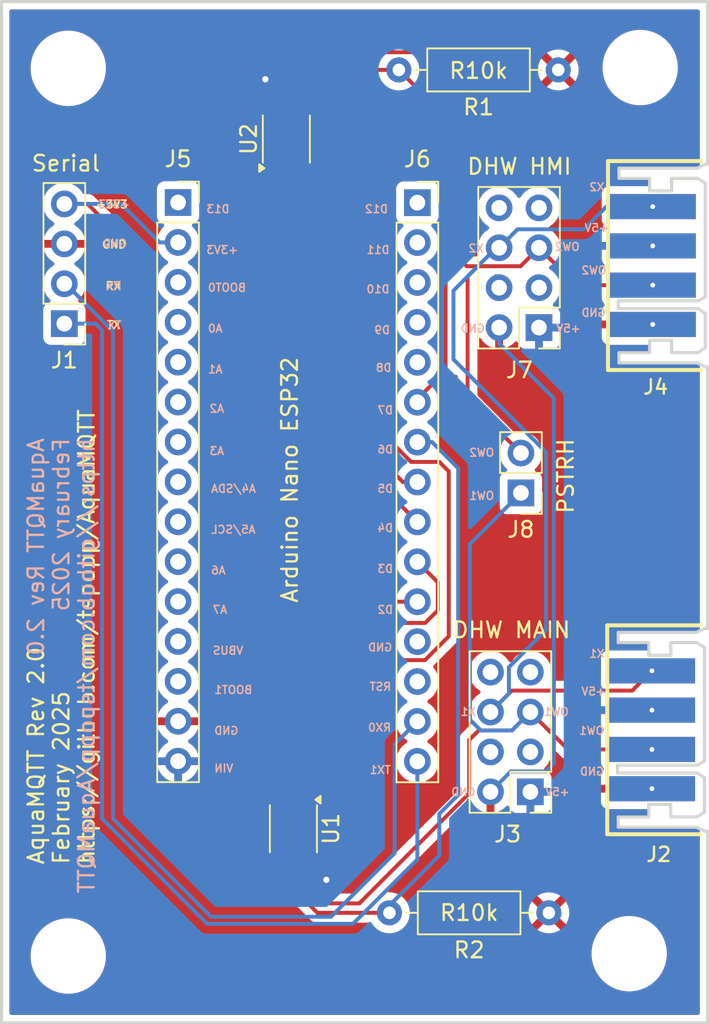
<source format=kicad_pcb>
(kicad_pcb (version 20240108) (generator "pcbnew") (generator_version "8.0")
  (layers (0 "F.Cu" signal) (31 "B.Cu" signal) (34 "B.Paste" user) (35 "F.Paste" user) (36 "B.SilkS" user "B.Silkscreen") (37 "F.SilkS" user "F.Silkscreen") (38 "B.Mask" user) (39 "F.Mask" user) (44 "Edge.Cuts" user))
  (net 0 "")
  (net 1 "+5V")
  (net 2 "OWB1_5V")
  (net 3 "OWB2_5V")
  (net 4 "GND")
  (net 5 "TXD1_3V3_ESP")
  (net 6 "RXD1_3V3_ESP")
  (net 7 "TXD2_3V3_ESP")
  (net 8 "RXD2_3V3_ESP")
  (net 9 "+3V3")
  (net 10 "TXD2_3V3_ENABLE")
  (net 11 "TXD1_3V3_ENABLE")
  (net 12 "DHW_UNKNOWN")
  (net 13 "/A4{slash}SDA")
  (net 14 "/A5{slash}SCL")
  (net 15 "/D11")
  (net 16 "/D10")
  (net 17 "/RESET")
  (net 18 "/D12")
  (net 19 "/D9")
  (net 20 "/D8")
  (net 21 "/D0{slash}RX")
  (net 22 "/D1{slash}RX")
  (net 23 "/A0")
  (net 24 "/VUSB")
  (net 25 "/A6")
  (net 26 "/A3")
  (net 27 "/A7")
  (net 28 "/B0")
  (net 29 "/A1")
  (net 30 "/B1")
  (net 31 "/A2")
  (net 32 "/D13")
  (net 37 "unconnected-(J7-Pin_7-Pad7)")
  (net 38 "unconnected-(J7-Pin_3-Pad3)")
  (net 40 "unconnected-(J7-Pin_4-Pad4)")
  (footprint "Connector_PinHeader_2.54mm:PinHeader_2x04_P2.54mm_Vertical" (layer "F.Cu") (at 171.25 53.75 180)
    (property "Reference" "J7" (at 1.25 -2.71 0) (layer "F.SilkS"))
    (property "Value" "DHW HMI" (at 1.25 10.25 0) (layer "F.SilkS"))
    (fp_line (start 3.87 -1.33) (end 3.87 8.95) (stroke (width 0.12)) (layer "F.SilkS"))
    (fp_line (start 1.27 1.27) (end 1.27 -1.33) (stroke (width 0.12)) (layer "F.SilkS"))
    (fp_line (start 1.27 -1.33) (end 3.87 -1.33) (stroke (width 0.12)) (layer "F.SilkS"))
    (fp_line (start -1.33 8.95) (end 3.87 8.95) (stroke (width 0.12)) (layer "F.SilkS"))
    (fp_line (start -1.33 1.27) (end 1.27 1.27) (stroke (width 0.12)) (layer "F.SilkS"))
    (fp_line (start -1.33 1.27) (end -1.33 8.95) (stroke (width 0.12)) (layer "F.SilkS"))
    (fp_line (start -1.33 0) (end -1.33 -1.33) (stroke (width 0.12)) (layer "F.SilkS"))
    (fp_line (start -1.33 -1.33) (end 0 -1.33) (stroke (width 0.12)) (layer "F.SilkS"))
    (pad "1" thru_hole rect (at 0 0 180) (size 1.7 1.7) (drill 1) (layers "*.Cu" "*.Mask") (net 1 "+5V"))
    (pad "2" thru_hole oval (at 2.54 0 180) (size 1.7 1.7) (drill 1) (layers "*.Cu" "*.Mask") (net 4 "GND"))
    (pad "3" thru_hole oval (at 0 2.54 180) (size 1.7 1.7) (drill 1) (layers "*.Cu" "*.Mask") (net 38 "unconnected-(J7-Pin_3-Pad3)"))
    (pad "4" thru_hole oval (at 2.54 2.54 180) (size 1.7 1.7) (drill 1) (layers "*.Cu" "*.Mask") (net 40 "unconnected-(J7-Pin_4-Pad4)"))
    (pad "5" thru_hole oval (at 0 5.08 180) (size 1.7 1.7) (drill 1) (layers "*.Cu" "*.Mask") (net 3 "OWB2_5V"))
    (pad "6" thru_hole oval (at 2.54 5.08 180) (size 1.7 1.7) (drill 1) (layers "*.Cu" "*.Mask") (net 12 "DHW_UNKNOWN"))
    (pad "7" thru_hole oval (at 0 7.62 180) (size 1.7 1.7) (drill 1) (layers "*.Cu" "*.Mask") (net 37 "unconnected-(J7-Pin_7-Pad7)"))
    (pad "8" thru_hole oval (at 2.54 7.62 180) (size 1.7 1.7) (drill 1) (layers "*.Cu" "*.Mask"))
  )
  (footprint "Resistor_THT:R_Axial_DIN0207_L6.3mm_D2.5mm_P10.16mm_Horizontal" (layer "F.Cu") (at 172.48 37.35 180)
    (property "Reference" "R1" (at 5.08 -2.37 180) (layer "F.SilkS"))
    (property "Value" "R10k" (at 5.08 -0.05 180) (layer "F.SilkS"))
    (fp_line (start 9.12 0) (end 8.35 0) (stroke (width 0.12)) (layer "F.SilkS"))
    (fp_line (start 8.35 1.37) (end 8.35 -1.37) (stroke (width 0.12)) (layer "F.SilkS"))
    (fp_line (start 8.35 -1.37) (end 1.81 -1.37) (stroke (width 0.12)) (layer "F.SilkS"))
    (fp_line (start 1.81 1.37) (end 8.35 1.37) (stroke (width 0.12)) (layer "F.SilkS"))
    (fp_line (start 1.81 -1.37) (end 1.81 1.37) (stroke (width 0.12)) (layer "F.SilkS"))
    (fp_line (start 1.04 0) (end 1.81 0) (stroke (width 0.12)) (layer "F.SilkS"))
    (pad "1" thru_hole circle (at 0 0 180) (size 1.6 1.6) (drill 0.8) (layers "*.Cu" "*.Mask") (net 4 "GND"))
    (pad "2" thru_hole oval (at 10.16 0 180) (size 1.6 1.6) (drill 0.8) (layers "*.Cu" "*.Mask") (net 10 "TXD2_3V3_ENABLE"))
  )
  (footprint "rast:RAST_3517-06_(2.5MM)_2 COPY" (layer "F.Cu") (at 181.8 83.0999 90)
    (property "Reference" "J2" (at -3.6501 -3.8 180) (layer "F.SilkS") (effects (font (size 0.9144 0.9144) (thickness 0.1524)) (justify left top)))
    (property "Value" "RAST MAIN" (hide yes))
    (fp_line (start 10.4 -6.1999) (end 10.4 -0.25) (stroke (width 0.254)) (layer "F.SilkS"))
    (fp_line (start -2.8999 -6.1999) (end 10.4 -6.1999) (stroke (width 0.254)) (layer "F.SilkS"))
    (fp_line (start -2.8999 -0.25) (end -2.8999 -6.1999) (stroke (width 0.254)) (layer "F.SilkS"))
    (fp_line (start 1.5 -5.55) (end 1.5 -0.45) (stroke (width 0.2)) (layer "Edge.Cuts"))
    (fp_line (start 1 -5.55) (end 1.5 -5.55) (stroke (width 0.2)) (layer "Edge.Cuts"))
    (fp_line (start -1.8 -5.5) (end -2.45 -5.5) (stroke (width 0.2)) (layer "Edge.Cuts"))
    (fp_line (start -2.45 -5.5) (end -2.45 -0.55) (stroke (width 0.2)) (layer "Edge.Cuts"))
    (fp_line (start 9.9489 -5.4996) (end 9.9489 -0.5496) (stroke (width 0.2)) (layer "Edge.Cuts"))
    (fp_line (start 9.2989 -5.4996) (end 9.9489 -5.4996) (stroke (width 0.2)) (layer "Edge.Cuts"))
    (fp_line (start -1 -3.55) (end -1.8 -3.55) (stroke (width 0.2)) (layer "Edge.Cuts"))
    (fp_line (start -1.8 -3.55) (end -1.8 -5.5) (stroke (width 0.2)) (layer "Edge.Cuts"))
    (fp_line (start 9.2989 -3.5496) (end 9.2989 -5.4996) (stroke (width 0.2)) (layer "Edge.Cuts"))
    (fp_line (start 8.499 -3.5496) (end 9.2989 -3.5496) (stroke (width 0.2)) (layer "Edge.Cuts"))
    (fp_line (start -1 -2.15) (end -1 -3.55) (stroke (width 0.2)) (layer "Edge.Cuts"))
    (fp_line (start -1.8 -2.15) (end -1 -2.15) (stroke (width 0.2)) (layer "Edge.Cuts"))
    (fp_line (start 9.2989 -2.1496) (end 8.499 -2.1496) (stroke (width 0.2)) (layer "Edge.Cuts"))
    (fp_line (start 8.499 -2.1496) (end 8.499 -3.5496) (stroke (width 0.2)) (layer "Edge.Cuts"))
    (fp_line (start -2.45 -0.55) (end -2.45 -0.55) (stroke (width 0.2)) (layer "Edge.Cuts"))
    (fp_line (start -2.45 -0.55) (end -2.4511 -0.5004) (stroke (width 0.2)) (layer "Edge.Cuts"))
    (fp_line (start 9.9489 -0.5496) (end 9.95 -0.5) (stroke (width 0.2)) (layer "Edge.Cuts"))
    (fp_line (start -2.4511 -0.5004) (end -2.7 0) (stroke (width 0.2)) (layer "Edge.Cuts"))
    (fp_line (start 9.95 -0.5) (end 10.199 0.0004) (stroke (width 0.2)) (layer "Edge.Cuts"))
    (fp_line (start -1.8 -0.5) (end -1.8 -2.15) (stroke (width 0.2)) (layer "Edge.Cuts"))
    (fp_line (start -1.8 -0.5) (end -1.5 0) (stroke (width 0.2)) (layer "Edge.Cuts"))
    (fp_line (start 9.2989 -0.4996) (end 9.2989 -2.1496) (stroke (width 0.2)) (layer "Edge.Cuts"))
    (fp_line (start 9.2989 -0.4996) (end 8.99914 0) (stroke (width 0.2)) (layer "Edge.Cuts"))
    (fp_line (start 1.5 -0.45) (end 1.75 0) (stroke (width 0.2)) (layer "Edge.Cuts"))
    (fp_line (start 1 -0.45) (end 1 -5.55) (stroke (width 0.2)) (layer "Edge.Cuts"))
    (fp_line (start 1.75 0) (end 8.99914 0) (stroke (width 0.2)) (layer "Edge.Cuts"))
    (fp_line (start 0.7 0) (end 1 -0.45) (stroke (width 0.2)) (layer "Edge.Cuts"))
    (fp_line (start -1.5 0) (end 0.7 0) (stroke (width 0.2)) (layer "Edge.Cuts"))
    (fp_line (start 10.199 0.0004) (end 10.199 0.0004) (stroke (width 0.2)) (layer "Edge.Cuts"))
    (pad "1" thru_hole rect (at 7.4999 -3.35 90) (size 1.6 5.5) (drill 0.3048) (layers "*.Cu" "*.Mask") (net 12 "DHW_UNKNOWN"))
    (pad "2" thru_hole rect (at 5 -3.35 90) (size 1.6 5.5) (drill 0.3048) (layers "*.Cu" "*.Mask") (net 1 "+5V"))
    (pad "3" thru_hole rect (at 2.4999 -3.35 90) (size 1.6 5.5) (drill 0.3048) (layers "*.Cu" "*.Mask") (net 2 "OWB1_5V"))
    (pad "4" thru_hole rect (at 0 -3.35 90) (size 1.6 5.5) (drill 0.3048) (layers "*.Cu" "*.Mask") (net 4 "GND"))
  )
  (footprint "MountingHole:MountingHole_4.3mm_M4_DIN965" (layer "F.Cu") (at 177 93.6)
    (property "Reference" "H1" (hide yes))
    (property "Value" "MountingHole" (hide yes))
    (pad "" np_thru_hole circle (at 0 0) (size 4.3 4.3) (drill 4.3) (layers "*.Cu" "*.Mask"))
  )
  (footprint "Connector_PinSocket_2.54mm:PinSocket_1x15_P2.54mm_Vertical" (layer "F.Cu") (at 163.5 45.8)
    (property "Reference" "J6" (at 0 -2.77 0) (layer "F.SilkS"))
    (property "Value" "Nano R" (hide yes))
    (fp_line (start -1.33 1.27) (end -1.33 36.89) (stroke (width 0.12)) (layer "F.SilkS"))
    (fp_line (start -1.33 1.27) (end 1.33 1.27) (stroke (width 0.12)) (layer "F.SilkS"))
    (fp_line (start -1.33 36.89) (end 1.33 36.89) (stroke (width 0.12)) (layer "F.SilkS"))
    (fp_line (start 0 -1.33) (end 1.33 -1.33) (stroke (width 0.12)) (layer "F.SilkS"))
    (fp_line (start 1.33 -1.33) (end 1.33 0) (stroke (width 0.12)) (layer "F.SilkS"))
    (fp_line (start 1.33 1.27) (end 1.33 36.89) (stroke (width 0.12)) (layer "F.SilkS"))
    (pad "1" thru_hole rect (at 0 0) (size 1.7 1.7) (drill 1) (layers "*.Cu" "*.Mask") (net 18 "/D12"))
    (pad "2" thru_hole oval (at 0 2.54) (size 1.7 1.7) (drill 1) (layers "*.Cu" "*.Mask") (net 15 "/D11"))
    (pad "3" thru_hole oval (at 0 5.08) (size 1.7 1.7) (drill 1) (layers "*.Cu" "*.Mask") (net 16 "/D10"))
    (pad "4" thru_hole oval (at 0 7.62) (size 1.7 1.7) (drill 1) (layers "*.Cu" "*.Mask") (net 19 "/D9"))
    (pad "5" thru_hole oval (at 0 10.16) (size 1.7 1.7) (drill 1) (layers "*.Cu" "*.Mask") (net 20 "/D8"))
    (pad "6" thru_hole oval (at 0 12.7) (size 1.7 1.7) (drill 1) (layers "*.Cu" "*.Mask") (net 10 "TXD2_3V3_ENABLE"))
    (pad "7" thru_hole oval (at 0 15.24) (size 1.7 1.7) (drill 1) (layers "*.Cu" "*.Mask") (net 11 "TXD1_3V3_ENABLE"))
    (pad "8" thru_hole oval (at 0 17.78) (size 1.7 1.7) (drill 1) (layers "*.Cu" "*.Mask") (net 7 "TXD2_3V3_ESP"))
    (pad "9" thru_hole oval (at 0 20.32) (size 1.7 1.7) (drill 1) (layers "*.Cu" "*.Mask") (net 8 "RXD2_3V3_ESP"))
    (pad "10" thru_hole oval (at 0 22.86) (size 1.7 1.7) (drill 1) (layers "*.Cu" "*.Mask") (net 5 "TXD1_3V3_ESP"))
    (pad "11" thru_hole oval (at 0 25.4) (size 1.7 1.7) (drill 1) (layers "*.Cu" "*.Mask") (net 6 "RXD1_3V3_ESP"))
    (pad "12" thru_hole oval (at 0 27.94) (size 1.7 1.7) (drill 1) (layers "*.Cu" "*.Mask"))
    (pad "13" thru_hole oval (at 0 30.48) (size 1.7 1.7) (drill 1) (layers "*.Cu" "*.Mask") (net 17 "/RESET"))
    (pad "14" thru_hole oval (at 0 33.02) (size 1.7 1.7) (drill 1) (layers "*.Cu" "*.Mask") (net 21 "/D0{slash}RX"))
    (pad "15" thru_hole oval (at 0 35.56) (size 1.7 1.7) (drill 1) (layers "*.Cu" "*.Mask") (net 22 "/D1{slash}RX"))
  )
  (footprint "MountingHole:MountingHole_4.3mm_M4_DIN965" (layer "F.Cu") (at 141.25 93.75)
    (property "Reference" "H2" (hide yes))
    (property "Value" "MountingHole" (hide yes))
    (pad "" np_thru_hole circle (at 0 0) (size 4.3 4.3) (drill 4.3) (layers "*.Cu" "*.Mask"))
  )
  (footprint "Package_SO:SSOP-8_2.95x2.8mm_P0.65mm" (layer "F.Cu") (at 155.15 41.75 90)
    (property "Reference" "U2" (at 0 -2.4 90) (layer "F.SilkS"))
    (property "Value" "SN74LVC2T45DCUR")
    (fp_line (start 1.5 -1.5) (end -1.5 -1.5) (stroke (width 0.12)) (layer "F.SilkS"))
    (fp_line (start 1.5 1.5) (end -1.5 1.5) (stroke (width 0.12)) (layer "F.SilkS"))
    (fp_poly (pts (xy -1.85 -1.4) (xy -2.09 -1.73) (xy -1.61 -1.73) (xy -1.85 -1.4)) (stroke (width 0.12)) (fill solid) (layer "F.SilkS"))
    (pad "1" smd rect (at -1.7 -0.975) (size 0.3 1.6) (layers "F.Cu" "F.Paste" "F.Mask") (net 9 "+3V3"))
    (pad "2" smd rect (at -1.7 -0.325) (size 0.3 1.6) (layers "F.Cu" "F.Paste" "F.Mask") (net 7 "TXD2_3V3_ESP"))
    (pad "3" smd rect (at -1.7 0.325) (size 0.3 1.6) (layers "F.Cu" "F.Paste" "F.Mask") (net 8 "RXD2_3V3_ESP"))
    (pad "4" smd rect (at -1.7 0.975) (size 0.3 1.6) (layers "F.Cu" "F.Paste" "F.Mask") (net 4 "GND"))
    (pad "5" smd rect (at 1.7 0.975) (size 0.3 1.6) (layers "F.Cu" "F.Paste" "F.Mask") (net 10 "TXD2_3V3_ENABLE"))
    (pad "6" smd rect (at 1.7 0.325) (size 0.3 1.6) (layers "F.Cu" "F.Paste" "F.Mask") (net 3 "OWB2_5V"))
    (pad "7" smd rect (at 1.7 -0.325) (size 0.3 1.6) (layers "F.Cu" "F.Paste" "F.Mask") (net 3 "OWB2_5V"))
    (pad "8" smd rect (at 1.7 -0.975) (size 0.3 1.6) (layers "F.Cu" "F.Paste" "F.Mask") (net 1 "+5V"))
  )
  (footprint "Connector_PinSocket_2.54mm:PinSocket_1x15_P2.54mm_Vertical" (layer "F.Cu") (at 148.25 45.79)
    (property "Reference" "J5" (at 0 -2.77 0) (layer "F.SilkS"))
    (property "Value" "Nano L" (hide yes))
    (fp_line (start -1.33 1.27) (end -1.33 36.89) (stroke (width 0.12)) (layer "F.SilkS"))
    (fp_line (start -1.33 1.27) (end 1.33 1.27) (stroke (width 0.12)) (layer "F.SilkS"))
    (fp_line (start -1.33 36.89) (end 1.33 36.89) (stroke (width 0.12)) (layer "F.SilkS"))
    (fp_line (start 0 -1.33) (end 1.33 -1.33) (stroke (width 0.12)) (layer "F.SilkS"))
    (fp_line (start 1.33 -1.33) (end 1.33 0) (stroke (width 0.12)) (layer "F.SilkS"))
    (fp_line (start 1.33 1.27) (end 1.33 36.89) (stroke (width 0.12)) (layer "F.SilkS"))
    (pad "1" thru_hole rect (at 0 0) (size 1.7 1.7) (drill 1) (layers "*.Cu" "*.Mask") (net 32 "/D13"))
    (pad "2" thru_hole oval (at 0 2.54) (size 1.7 1.7) (drill 1) (layers "*.Cu" "*.Mask") (net 9 "+3V3"))
    (pad "3" thru_hole oval (at 0 5.08) (size 1.7 1.7) (drill 1) (layers "*.Cu" "*.Mask") (net 28 "/B0"))
    (pad "4" thru_hole oval (at 0 7.62) (size 1.7 1.7) (drill 1) (layers "*.Cu" "*.Mask") (net 23 "/A0"))
    (pad "5" thru_hole oval (at 0 10.16) (size 1.7 1.7) (drill 1) (layers "*.Cu" "*.Mask") (net 29 "/A1"))
    (pad "6" thru_hole oval (at 0 12.7) (size 1.7 1.7) (drill 1) (layers "*.Cu" "*.Mask") (net 31 "/A2"))
    (pad "7" thru_hole oval (at 0 15.24) (size 1.7 1.7) (drill 1) (layers "*.Cu" "*.Mask") (net 26 "/A3"))
    (pad "8" thru_hole oval (at 0 17.78) (size 1.7 1.7) (drill 1) (layers "*.Cu" "*.Mask") (net 13 "/A4{slash}SDA"))
    (pad "9" thru_hole oval (at 0 20.32) (size 1.7 1.7) (drill 1) (layers "*.Cu" "*.Mask") (net 14 "/A5{slash}SCL"))
    (pad "10" thru_hole oval (at 0 22.86) (size 1.7 1.7) (drill 1) (layers "*.Cu" "*.Mask") (net 25 "/A6"))
    (pad "11" thru_hole oval (at 0 25.4) (size 1.7 1.7) (drill 1) (layers "*.Cu" "*.Mask") (net 27 "/A7"))
    (pad "12" thru_hole oval (at 0 27.94) (size 1.7 1.7) (drill 1) (layers "*.Cu" "*.Mask") (net 24 "/VUSB"))
    (pad "13" thru_hole oval (at 0 30.48) (size 1.7 1.7) (drill 1) (layers "*.Cu" "*.Mask") (net 30 "/B1"))
    (pad "14" thru_hole oval (at 0 33.02) (size 1.7 1.7) (drill 1) (layers "*.Cu" "*.Mask") (net 4 "GND"))
    (pad "15" thru_hole oval (at 0 35.56) (size 1.7 1.7) (drill 1) (layers "*.Cu" "*.Mask") (net 1 "+5V"))
  )
  (footprint "MountingHole:MountingHole_4.3mm_M4_DIN965" (layer "F.Cu") (at 141.25 37.25)
    (property "Reference" "H3" (hide yes))
    (property "Value" "MountingHole" (hide yes))
    (pad "" np_thru_hole circle (at 0 0) (size 4.3 4.3) (drill 4.3) (layers "*.Cu" "*.Mask"))
  )
  (footprint "Package_SO:SSOP-8_2.95x2.8mm_P0.65mm" (layer "F.Cu") (at 155.6 85.65 -90)
    (property "Reference" "U1" (at 0 -2.4 90) (layer "F.SilkS"))
    (property "Value" "SN74LVC2T45DCUR")
    (fp_line (start 1.5 1.5) (end -1.5 1.5) (stroke (width 0.12)) (layer "F.SilkS"))
    (fp_line (start 1.5 -1.5) (end -1.5 -1.5) (stroke (width 0.12)) (layer "F.SilkS"))
    (fp_poly (pts (xy -1.85 -1.4) (xy -2.09 -1.73) (xy -1.61 -1.73) (xy -1.85 -1.4)) (stroke (width 0.12)) (fill solid) (layer "F.SilkS"))
    (pad "1" smd rect (at -1.7 -0.975 180) (size 0.3 1.6) (layers "F.Cu" "F.Paste" "F.Mask") (net 9 "+3V3"))
    (pad "2" smd rect (at -1.7 -0.325 180) (size 0.3 1.6) (layers "F.Cu" "F.Paste" "F.Mask") (net 5 "TXD1_3V3_ESP"))
    (pad "3" smd rect (at -1.7 0.325 180) (size 0.3 1.6) (layers "F.Cu" "F.Paste" "F.Mask") (net 6 "RXD1_3V3_ESP"))
    (pad "4" smd rect (at -1.7 0.975 180) (size 0.3 1.6) (layers "F.Cu" "F.Paste" "F.Mask") (net 4 "GND"))
    (pad "5" smd rect (at 1.7 0.975 180) (size 0.3 1.6) (layers "F.Cu" "F.Paste" "F.Mask") (net 11 "TXD1_3V3_ENABLE"))
    (pad "6" smd rect (at 1.7 0.325 180) (size 0.3 1.6) (layers "F.Cu" "F.Paste" "F.Mask") (net 2 "OWB1_5V"))
    (pad "7" smd rect (at 1.7 -0.325 180) (size 0.3 1.6) (layers "F.Cu" "F.Paste" "F.Mask") (net 2 "OWB1_5V"))
    (pad "8" smd rect (at 1.7 -0.975 180) (size 0.3 1.6) (layers "F.Cu" "F.Paste" "F.Mask") (net 1 "+5V"))
  )
  (footprint "Connector_PinHeader_2.54mm:PinHeader_1x02_P2.54mm_Vertical" (layer "F.Cu") (at 170.1 64.275 180)
    (property "Reference" "J8" (at 0 -2.33 0) (layer "F.SilkS"))
    (property "Value" "Passthrough" (hide yes))
    (fp_line (start 1.33 1.27) (end 1.33 3.87) (stroke (width 0.12)) (layer "F.SilkS"))
    (fp_line (start -1.33 3.87) (end 1.33 3.87) (stroke (width 0.12)) (layer "F.SilkS"))
    (fp_line (start -1.33 1.27) (end 1.33 1.27) (stroke (width 0.12)) (layer "F.SilkS"))
    (fp_line (start -1.33 1.27) (end -1.33 3.87) (stroke (width 0.12)) (layer "F.SilkS"))
    (fp_line (start -1.33 0) (end -1.33 -1.33) (stroke (width 0.12)) (layer "F.SilkS"))
    (fp_line (start -1.33 -1.33) (end 0 -1.33) (stroke (width 0.12)) (layer "F.SilkS"))
    (pad "1" thru_hole rect (at 0 0 180) (size 1.7 1.7) (drill 1) (layers "*.Cu" "*.Mask") (net 2 "OWB1_5V"))
    (pad "2" thru_hole oval (at 0 2.54 180) (size 1.7 1.7) (drill 1) (layers "*.Cu" "*.Mask") (net 3 "OWB2_5V"))
  )
  (footprint "MountingHole:MountingHole_4.3mm_M4_DIN965" (layer "F.Cu") (at 177.7 37.2)
    (property "Reference" "H4" (hide yes))
    (property "Value" "MountingHole" (hide yes))
    (pad "" np_thru_hole circle (at 0 0) (size 4.3 4.3) (drill 4.3) (layers "*.Cu" "*.Mask"))
  )
  (footprint "rast:RAST_3517-06_(2.5MM)_2 COPY" (layer "F.Cu") (at 181.85 53.5499 90)
    (property "Reference" "J4" (at -3.4501 -4.05 180) (layer "F.SilkS") (effects (font (size 0.9144 0.9144) (thickness 0.1524)) (justify left top)))
    (property "Value" "RAST HMI" (hide yes))
    (fp_line (start 10.4 -6.1999) (end 10.4 -0.25) (stroke (width 0.254)) (layer "F.SilkS"))
    (fp_line (start -2.8999 -6.1999) (end 10.4 -6.1999) (stroke (width 0.254)) (layer "F.SilkS"))
    (fp_line (start -2.8999 -0.25) (end -2.8999 -6.1999) (stroke (width 0.254)) (layer "F.SilkS"))
    (fp_line (start 1.5 -5.55) (end 1.5 -0.45) (stroke (width 0.2)) (layer "Edge.Cuts"))
    (fp_line (start 1 -5.55) (end 1.5 -5.55) (stroke (width 0.2)) (layer "Edge.Cuts"))
    (fp_line (start -1.8 -5.5) (end -2.45 -5.5) (stroke (width 0.2)) (layer "Edge.Cuts"))
    (fp_line (start -2.45 -5.5) (end -2.45 -0.55) (stroke (width 0.2)) (layer "Edge.Cuts"))
    (fp_line (start 9.9489 -5.4996) (end 9.9489 -0.5496) (stroke (width 0.2)) (layer "Edge.Cuts"))
    (fp_line (start 9.2989 -5.4996) (end 9.9489 -5.4996) (stroke (width 0.2)) (layer "Edge.Cuts"))
    (fp_line (start -1 -3.55) (end -1.8 -3.55) (stroke (width 0.2)) (layer "Edge.Cuts"))
    (fp_line (start -1.8 -3.55) (end -1.8 -5.5) (stroke (width 0.2)) (layer "Edge.Cuts"))
    (fp_line (start 9.2989 -3.5496) (end 9.2989 -5.4996) (stroke (width 0.2)) (layer "Edge.Cuts"))
    (fp_line (start 8.499 -3.5496) (end 9.2989 -3.5496) (stroke (width 0.2)) (layer "Edge.Cuts"))
    (fp_line (start -1 -2.15) (end -1 -3.55) (stroke (width 0.2)) (layer "Edge.Cuts"))
    (fp_line (start -1.8 -2.15) (end -1 -2.15) (stroke (width 0.2)) (layer "Edge.Cuts"))
    (fp_line (start 9.2989 -2.1496) (end 8.499 -2.1496) (stroke (width 0.2)) (layer "Edge.Cuts"))
    (fp_line (start 8.499 -2.1496) (end 8.499 -3.5496) (stroke (width 0.2)) (layer "Edge.Cuts"))
    (fp_line (start -2.45 -0.55) (end -2.45 -0.55) (stroke (width 0.2)) (layer "Edge.Cuts"))
    (fp_line (start -2.45 -0.55) (end -2.4511 -0.5004) (stroke (width 0.2)) (layer "Edge.Cuts"))
    (fp_line (start 9.9489 -0.5496) (end 9.95 -0.5) (stroke (width 0.2)) (layer "Edge.Cuts"))
    (fp_line (start -2.4511 -0.5004) (end -2.7 0) (stroke (width 0.2)) (layer "Edge.Cuts"))
    (fp_line (start 9.95 -0.5) (end 10.199 0.0004) (stroke (width 0.2)) (layer "Edge.Cuts"))
    (fp_line (start -1.8 -0.5) (end -1.8 -2.15) (stroke (width 0.2)) (layer "Edge.Cuts"))
    (fp_line (start -1.8 -0.5) (end -1.5 0) (stroke (width 0.2)) (layer "Edge.Cuts"))
    (fp_line (start 9.2989 -0.4996) (end 9.2989 -2.1496) (stroke (width 0.2)) (layer "Edge.Cuts"))
    (fp_line (start 9.2989 -0.4996) (end 8.99914 0) (stroke (width 0.2)) (layer "Edge.Cuts"))
    (fp_line (start 1.5 -0.45) (end 1.75 0) (stroke (width 0.2)) (layer "Edge.Cuts"))
    (fp_line (start 1 -0.45) (end 1 -5.55) (stroke (width 0.2)) (layer "Edge.Cuts"))
    (fp_line (start 1.75 0) (end 8.99914 0) (stroke (width 0.2)) (layer "Edge.Cuts"))
    (fp_line (start 0.7 0) (end 1 -0.45) (stroke (width 0.2)) (layer "Edge.Cuts"))
    (fp_line (start -1.5 0) (end 0.7 0) (stroke (width 0.2)) (layer "Edge.Cuts"))
    (fp_line (start 10.199 0.0004) (end 10.199 0.0004) (stroke (width 0.2)) (layer "Edge.Cuts"))
    (pad "1" thru_hole rect (at 7.4999 -3.35 90) (size 1.6 5.5) (drill 0.3048) (layers "*.Cu" "*.Mask") (net 12 "DHW_UNKNOWN"))
    (pad "2" thru_hole rect (at 5 -3.35 90) (size 1.6 5.5) (drill 0.3048) (layers "*.Cu" "*.Mask") (net 1 "+5V"))
    (pad "3" thru_hole rect (at 2.4999 -3.35 90) (size 1.6 5.5) (drill 0.3048) (layers "*.Cu" "*.Mask") (net 3 "OWB2_5V"))
    (pad "4" thru_hole rect (at 0 -3.35 90) (size 1.6 5.5) (drill 0.3048) (layers "*.Cu" "*.Mask") (net 4 "GND"))
  )
  (footprint "Connector_PinHeader_2.54mm:PinHeader_2x04_P2.54mm_Vertical" (layer "F.Cu") (at 170.7 83.3 180)
    (property "Reference" "J3" (at 1.45 -2.7 0) (layer "F.SilkS"))
    (property "Value" "DHW MAIN" (at 1.2 10.3 180) (layer "F.SilkS"))
    (fp_line (start 3.87 -1.33) (end 3.87 8.95) (stroke (width 0.12)) (layer "F.SilkS"))
    (fp_line (start 1.27 1.27) (end 1.27 -1.33) (stroke (width 0.12)) (layer "F.SilkS"))
    (fp_line (start 1.27 -1.33) (end 3.87 -1.33) (stroke (width 0.12)) (layer "F.SilkS"))
    (fp_line (start -1.33 8.95) (end 3.87 8.95) (stroke (width 0.12)) (layer "F.SilkS"))
    (fp_line (start -1.33 1.27) (end 1.27 1.27) (stroke (width 0.12)) (layer "F.SilkS"))
    (fp_line (start -1.33 1.27) (end -1.33 8.95) (stroke (width 0.12)) (layer "F.SilkS"))
    (fp_line (start -1.33 0) (end -1.33 -1.33) (stroke (width 0.12)) (layer "F.SilkS"))
    (fp_line (start -1.33 -1.33) (end 0 -1.33) (stroke (width 0.12)) (layer "F.SilkS"))
    (pad "1" thru_hole rect (at 0 0 180) (size 1.7 1.7) (drill 1) (layers "*.Cu" "*.Mask") (net 1 "+5V"))
    (pad "2" thru_hole oval (at 2.54 0 180) (size 1.7 1.7) (drill 1) (layers "*.Cu" "*.Mask") (net 4 "GND"))
    (pad "3" thru_hole oval (at 0 2.54 180) (size 1.7 1.7) (drill 1) (layers "*.Cu" "*.Mask"))
    (pad "4" thru_hole oval (at 2.54 2.54 180) (size 1.7 1.7) (drill 1) (layers "*.Cu" "*.Mask"))
    (pad "5" thru_hole oval (at 0 5.08 180) (size 1.7 1.7) (drill 1) (layers "*.Cu" "*.Mask") (net 2 "OWB1_5V"))
    (pad "6" thru_hole oval (at 2.54 5.08 180) (size 1.7 1.7) (drill 1) (layers "*.Cu" "*.Mask") (net 12 "DHW_UNKNOWN"))
    (pad "7" thru_hole oval (at 0 7.62 180) (size 1.7 1.7) (drill 1) (layers "*.Cu" "*.Mask"))
    (pad "8" thru_hole oval (at 2.54 7.62 180) (size 1.7 1.7) (drill 1) (layers "*.Cu" "*.Mask"))
  )
  (footprint "Resistor_THT:R_Axial_DIN0207_L6.3mm_D2.5mm_P10.16mm_Horizontal" (layer "F.Cu") (at 171.88 91 180)
    (property "Reference" "R2" (at 5.08 -2.37 180) (layer "F.SilkS"))
    (property "Value" "R10k" (at 5.08 0 180) (layer "F.SilkS"))
    (fp_line (start 9.12 0) (end 8.35 0) (stroke (width 0.12)) (layer "F.SilkS"))
    (fp_line (start 8.35 1.37) (end 8.35 -1.37) (stroke (width 0.12)) (layer "F.SilkS"))
    (fp_line (start 8.35 -1.37) (end 1.81 -1.37) (stroke (width 0.12)) (layer "F.SilkS"))
    (fp_line (start 1.81 1.37) (end 8.35 1.37) (stroke (width 0.12)) (layer "F.SilkS"))
    (fp_line (start 1.81 -1.37) (end 1.81 1.37) (stroke (width 0.12)) (layer "F.SilkS"))
    (fp_line (start 1.04 0) (end 1.81 0) (stroke (width 0.12)) (layer "F.SilkS"))
    (pad "1" thru_hole circle (at 0 0 180) (size 1.6 1.6) (drill 0.8) (layers "*.Cu" "*.Mask") (net 4 "GND"))
    (pad "2" thru_hole oval (at 10.16 0 180) (size 1.6 1.6) (drill 0.8) (layers "*.Cu" "*.Mask") (net 11 "TXD1_3V3_ENABLE"))
  )
  (footprint "Connector_PinHeader_2.54mm:PinHeader_1x04_P2.54mm_Vertical" (layer "F.Cu") (at 141 53.5 180)
    (property "Reference" "J1" (at 0 -2.33 180) (layer "F.SilkS"))
    (property "Value" "Serial" (at -0.1 10.2 180) (layer "F.SilkS"))
    (fp_line (start 1.33 1.27) (end 1.33 8.95) (stroke (width 0.12)) (layer "F.SilkS"))
    (fp_line (start -1.33 8.95) (end 1.33 8.95) (stroke (width 0.12)) (layer "F.SilkS"))
    (fp_line (start -1.33 1.27) (end 1.33 1.27) (stroke (width 0.12)) (layer "F.SilkS"))
    (fp_line (start -1.33 1.27) (end -1.33 8.95) (stroke (width 0.12)) (layer "F.SilkS"))
    (fp_line (start -1.33 0) (end -1.33 -1.33) (stroke (width 0.12)) (layer "F.SilkS"))
    (fp_line (start -1.33 -1.33) (end 0 -1.33) (stroke (width 0.12)) (layer "F.SilkS"))
    (pad "1" thru_hole rect (at 0 0 180) (size 1.7 1.7) (drill 1) (layers "*.Cu" "*.Mask") (net 22 "/D1{slash}RX"))
    (pad "2" thru_hole oval (at 0 2.54 180) (size 1.7 1.7) (drill 1) (layers "*.Cu" "*.Mask") (net 21 "/D0{slash}RX"))
    (pad "3" thru_hole oval (at 0 5.08 180) (size 1.7 1.7) (drill 1) (layers "*.Cu" "*.Mask") (net 4 "GND"))
    (pad "4" thru_hole oval (at 0 7.62 180) (size 1.7 1.7) (drill 1) (layers "*.Cu" "*.Mask") (net 9 "+3V3"))
  )
  (gr_line (start 182 33) (end 182 43.3509) (stroke (width 0.2)) (layer "Edge.Cuts"))
  (gr_line (start 162.6991 98.0004) (end 149.8001 98) (stroke (width 0.2)) (layer "Edge.Cuts"))
  (gr_line (start 137 33) (end 137 98) (stroke (width 0.2)) (layer "Edge.Cuts"))
  (gr_line (start 137 98) (end 149.8001 98) (stroke (width 0.2)) (layer "Edge.Cuts"))
  (gr_line (start 182 56.25) (end 182 72.9009) (stroke (width 0.2)) (layer "Edge.Cuts"))
  (gr_line (start 182 56.25) (end 181.85 56.2499) (stroke (width 0.2)) (layer "Edge.Cuts"))
  (gr_line (start 182 43.3509) (end 181.8504 43.3509) (stroke (width 0.2)) (layer "Edge.Cuts"))
  (gr_line (start 182 85.7999) (end 182 98) (stroke (width 0.2)) (layer "Edge.Cuts"))
  (gr_line (start 137 33) (end 182 33) (stroke (width 0.2)) (layer "Edge.Cuts"))
  (gr_line (start 182 72.9009) (end 181.8004 72.9009) (stroke (width 0.2)) (layer "Edge.Cuts"))
  (gr_line (start 162.6991 98.0004) (end 182 98) (stroke (width 0.2)) (layer "Edge.Cuts"))
  (gr_line (start 182 85.7999) (end 181.8 85.7999) (stroke (width 0.2)) (layer "Edge.Cuts"))
  (gr_text "+3V3" (at 150 49.1 0) (layer "B.SilkS") (effects (font (size 0.5 0.5) (thickness 0.1) (bold yes)) (justify right bottom mirror)))
  (gr_text "OW1" (at 166.75 64.75 0) (layer "B.SilkS") (effects (font (size 0.5 0.5) (thickness 0.1) (bold yes)) (justify right bottom mirror)))
  (gr_text "A2" (at 150.2 59.2 0) (layer "B.SilkS") (effects (font (size 0.5 0.5) (thickness 0.1) (bold yes)) (justify right bottom mirror)))
  (gr_text "X2" (at 174.4 45.1 0) (layer "B.SilkS") (effects (font (size 0.5 0.5) (thickness 0.1) (bold yes)) (justify right bottom mirror)))
  (gr_text "D13" (at 150 46.5 0) (layer "B.SilkS") (effects (font (size 0.5 0.5) (thickness 0.1) (bold yes)) (justify right bottom mirror)))
  (gr_text "+3V3" (at 143.1 46.2 0) (layer "B.SilkS") (effects (font (size 0.5 0.5) (thickness 0.1) (bold yes)) (justify right bottom mirror)))
  (gr_text "GND" (at 166.2 54.1 0) (layer "B.SilkS") (effects (font (size 0.5 0.5) (thickness 0.1) (bold yes)) (justify right bottom mirror)))
  (gr_text "D7" (at 160.9 59.3 0) (layer "B.SilkS") (effects (font (size 0.5 0.5) (thickness 0.1) (bold yes)) (justify right bottom mirror)))
  (gr_text "RX0" (at 160.3 79.5 0) (layer "B.SilkS") (effects (font (size 0.5 0.5) (thickness 0.1) (bold yes)) (justify right bottom mirror)))
  (gr_text "D3" (at 160.9 69.4 0) (layer "B.SilkS") (effects (font (size 0.5 0.5) (thickness 0.1) (bold yes)) (justify right bottom mirror)))
  (gr_text "D2" (at 160.9 72 0) (layer "B.SilkS") (effects (font (size 0.5 0.5) (thickness 0.1) (bold yes)) (justify right bottom mirror)))
  (gr_text "GND" (at 150.5 79.7 0) (layer "B.SilkS") (effects (font (size 0.5 0.5) (thickness 0.1) (bold yes)) (justify right bottom mirror)))
  (gr_text "+5V" (at 174.1 47.7 0) (layer "B.SilkS") (effects (font (size 0.5 0.5) (thickness 0.1) (bold yes)) (justify right bottom mirror)))
  (gr_text "GND" (at 143.4 48.7 0) (layer "B.SilkS") (effects (font (size 0.5 0.5) (thickness 0.1) (bold yes)) (justify right bottom mirror)))
  (gr_text "OW1" (at 171.5 78.5 0) (layer "B.SilkS") (effects (font (size 0.5 0.5) (thickness 0.1) (bold yes)) (justify right bottom mirror)))
  (gr_text "GND" (at 173.8 82.3 0) (layer "B.SilkS") (effects (font (size 0.5 0.5) (thickness 0.1) (bold yes)) (justify right bottom mirror)))
  (gr_text "RST" (at 160.4 76.9 0) (layer "B.SilkS") (effects (font (size 0.5 0.5) (thickness 0.1) (bold yes)) (justify right bottom mirror)))
  (gr_text "VBUS" (at 150.4 74.6 0) (layer "B.SilkS") (effects (font (size 0.5 0.5) (thickness 0.1) (bold yes)) (justify right bottom mirror)))
  (gr_text "A1" (at 150.1 56.7 0) (layer "B.SilkS") (effects (font (size 0.5 0.5) (thickness 0.1) (bold yes)) (justify right bottom mirror)))
  (gr_text "D9" (at 160.7 54.2 0) (layer "B.SilkS") (effects (font (size 0.5 0.5) (thickness 0.1) (bold yes)) (justify right bottom mirror)))
  (gr_text "A6" (at 150.3 69.5 0) (layer "B.SilkS") (effects (font (size 0.5 0.5) (thickness 0.1) (bold yes)) (justify right bottom mirror)))
  (gr_text "VIN" (at 150.5 82.1 0) (layer "B.SilkS") (effects (font (size 0.5 0.5) (thickness 0.1) (bold yes)) (justify right bottom mirror)))
  (gr_text "BOOT1" (at 150.5 77.1 0) (layer "B.SilkS") (effects (font (size 0.5 0.5) (thickness 0.1) (bold yes)) (justify right bottom mirror)))
  (gr_text "D10" (at 160.2 51.6 0) (layer "B.SilkS") (effects (font (size 0.5 0.5) (thickness 0.1) (bold yes)) (justify right bottom mirror)))
  (gr_text "D12" (at 160.1 46.5 0) (layer "B.SilkS") (effects (font (size 0.5 0.5) (thickness 0.1) (bold yes)) (justify right bottom mirror)))
  (gr_text "RX" (at 143.6 51.4 0) (layer "B.SilkS") (effects (font (size 0.5 0.5) (thickness 0.1) (bold yes)) (justify right bottom mirror)))
  (gr_text "D8" (at 160.8 56.6 0) (layer "B.SilkS") (effects (font (size 0.5 0.5) (thickness 0.1) (bold yes)) (justify right bottom mirror)))
  (gr_text "GND" (at 160.3 74.4 0) (layer "B.SilkS") (effects (font (size 0.5 0.5) (thickness 0.1) (bold yes)) (justify right bottom mirror)))
  (gr_text "D11" (at 160.2 49.1 0) (layer "B.SilkS") (effects (font (size 0.5 0.5) (thickness 0.1) (bold yes)) (justify right bottom mirror)))
  (gr_text "+5V" (at 172.3 54.1 0) (layer "B.SilkS") (effects (font (size 0.5 0.5) (thickness 0.1) (bold yes)) (justify right bottom mirror)))
  (gr_text "BOOT0" (at 150.1 51.5 0) (layer "B.SilkS") (effects (font (size 0.5 0.5) (thickness 0.1) (bold yes)) (justify right bottom mirror)))
  (gr_text "GND" (at 173.9 53.1 0) (layer "B.SilkS") (effects (font (size 0.5 0.5) (thickness 0.1) (bold yes)) (justify right bottom mirror)))
  (gr_text "OW2" (at 172.2 48.9 0) (layer "B.SilkS") (effects (font (size 0.5 0.5) (thickness 0.1) (bold yes)) (justify right bottom mirror)))
  (gr_text "D4" (at 160.9 66.8 0) (layer "B.SilkS") (effects (font (size 0.5 0.5) (thickness 0.1) (bold yes)) (justify right bottom mirror)))
  (gr_text "A5/SCL" (at 150.3 66.9 0) (layer "B.SilkS") (effects (font (size 0.5 0.5) (thickness 0.1) (bold yes)) (justify right bottom mirror)))
  (gr_text "OW2" (at 173.9 50.4 0) (layer "B.SilkS") (effects (font (size 0.5 0.5) (thickness 0.1) (bold yes)) (justify right bottom mirror)))
  (gr_text "GND" (at 165.6 83.6 0) (layer "B.SilkS") (effects (font (size 0.5 0.5) (thickness 0.1) (bold yes)) (justify right bottom mirror)))
  (gr_text "TX1" (at 160.4 82.2 0) (layer "B.SilkS") (effects (font (size 0.5 0.5) (thickness 0.1) (bold yes)) (justify right bottom mirror)))
  (gr_text "A7" (at 150.4 72 0) (layer "B.SilkS") (effects (font (size 0.5 0.5) (thickness 0.1) (bold yes)) (justify right bottom mirror)))
  (gr_text "TX" (at 143.7 53.9 0) (layer "B.SilkS") (effects (font (size 0.5 0.5) (thickness 0.1) (bold yes)) (justify right bottom mirror)))
  (gr_text "A4/SDA" (at 150.3 64.3 0) (layer "B.SilkS") (effects (font (size 0.5 0.5) (thickness 0.1) (bold yes)) (justify right bottom mirror)))
  (gr_text "D5" (at 160.9 64.3 0) (layer "B.SilkS") (effects (font (size 0.5 0.5) (thickness 0.1) (bold yes)) (justify right bottom mirror)))
  (gr_text "D6" (at 160.9 61.8 0) (layer "B.SilkS") (effects (font (size 0.5 0.5) (thickness 0.1) (bold yes)) (justify right bottom mirror)))
  (gr_text "X2" (at 166.7 49 0) (layer "B.SilkS") (effects (font (size 0.5 0.5) (thickness 0.1) (bold yes)) (justify right bottom mirror)))
  (gr_text "A3" (at 150.2 61.9 0) (layer "B.SilkS") (effects (font (size 0.5 0.5) (thickness 0.1) (bold yes)) (justify right bottom mirror)))
  (gr_text "OW1" (at 173.75 79.7 0) (layer "B.SilkS") (effects (font (size 0.5 0.5) (thickness 0.1) (bold yes)) (justify right bottom mirror)))
  (gr_text "OW2" (at 166.75 62 0) (layer "B.SilkS") (effects (font (size 0.5 0.5) (thickness 0.1) (bold yes)) (justify right bottom mirror)))
  (gr_text "AquaMQTT Rev 2.0\nFebruary 2025\nhttps://github.com/tspopp/AquaMQTT" (at 143 60.7 90) (layer "B.SilkS") (effects (font (size 1 1)) (justify left bottom mirror)))
  (gr_text "X1" (at 166.2 78.5 0) (layer "B.SilkS") (effects (font (size 0.5 0.5) (thickness 0.1) (bold yes)) (justify right bottom mirror)))
  (gr_text "+5V" (at 171.6 83.6 0) (layer "B.SilkS") (effects (font (size 0.5 0.5) (thickness 0.1) (bold yes)) (justify right bottom mirror)))
  (gr_text "A0" (at 150.1 54.1 0) (layer "B.SilkS") (effects (font (size 0.5 0.5) (thickness 0.1) (bold yes)) (justify right bottom mirror)))
  (gr_text "+5V" (at 173.9 77.2 0) (layer "B.SilkS") (effects (font (size 0.5 0.5) (thickness 0.1) (bold yes)) (justify right bottom mirror)))
  (gr_text "X1" (at 174.4 74.8 0) (layer "B.SilkS") (effects (font (size 0.5 0.5) (thickness 0.1) (bold yes)) (justify right bottom mirror)))
  (gr_text "PSTRH" (at 172.95 63.2 90) (layer "F.SilkS") (effects (font (size 1 1))))
  (gr_text "Arduino Nano ESP32" (at 155.95 71.35 90) (layer "F.SilkS") (effects (font (size 1 1)) (justify left bottom)))
  (gr_text "GND" (at 145 48.75 0) (layer "F.SilkS") (effects (font (size 0.5 0.5) (thickness 0.1) (bold yes)) (justify right bottom)))
  (gr_text "+3V3" (at 145.1 46.2 0) (layer "F.SilkS") (effects (font (size 0.5 0.5) (thickness 0.1) (bold yes)) (justify right bottom)))
  (gr_text "AquaMQTT Rev 2.0\nFebruary 2025\nhttps://github.com/tspopp/AquaMQTT" (at 143 88 90) (layer "F.SilkS") (effects (font (size 1 1)) (justify left bottom)))
  (gr_text "RX" (at 144.675 51.4 0) (layer "F.SilkS") (effects (font (size 0.5 0.5) (thickness 0.1) (bold yes)) (justify right bottom)))
  (gr_text "TX" (at 144.65 53.875 0) (layer "F.SilkS") (effects (font (size 0.5 0.5) (thickness 0.1) (bold yes)) (justify right bottom)))
  (segment (start 153.8128 37.9456) (end 154.175 38.3078) (width 0.25) (layer "F.Cu") (net 1))
  (segment (start 154.175 38.3078) (end 154.175 40.05) (width 0.25) (layer "F.Cu") (net 1))
  (segment (start 156.575 87.35) (end 156.575 88.175) (width 0.25) (layer "F.Cu") (net 1))
  (segment (start 156.575 88.175) (end 157.3 88.9) (width 0.25) (layer "F.Cu") (net 1))
  (segment (start 176.4501 48.5499) (end 178.5 48.5499) (width 0.25) (layer "F.Cu") (net 1))
  (segment (start 157.3 88.9) (end 157.7 88.9) (width 0.25) (layer "F.Cu") (net 1))
  (via (at 153.8128 37.9456) (size 0.8) (drill 0.4) (layers "F.Cu" "B.Cu") (net 1))
  (via (at 157.7 88.9) (size 0.8) (drill 0.4) (layers "F.Cu" "B.Cu") (net 1))
  (segment (start 166.8 80) (end 167.405 79.395) (width 0.25) (layer "F.Cu") (net 2))
  (segment (start 166.8 83.4) (end 166.8 80) (width 0.25) (layer "F.Cu") (net 2))
  (segment (start 173.1 80.6) (end 178.5 80.6) (width 0.25) (layer "F.Cu") (net 2))
  (segment (start 155.5375 88.4875) (end 156.0125 88.4875) (width 0.25) (layer "F.Cu") (net 2))
  (segment (start 167.405 79.395) (end 169.525 79.395) (width 0.25) (layer "F.Cu") (net 2))
  (segment (start 155.925 88.4) (end 156.0125 88.4875) (width 0.25) (layer "F.Cu") (net 2))
  (segment (start 172 79.5) (end 173.1 80.6) (width 0.25) (layer "F.Cu") (net 2))
  (segment (start 155.275 88.225) (end 155.5375 88.4875) (width 0.25) (layer "F.Cu") (net 2))
  (segment (start 155.275 87.35) (end 155.275 88.225) (width 0.25) (layer "F.Cu") (net 2))
  (segment (start 171.98 79.5) (end 172 79.5) (width 0.25) (layer "F.Cu") (net 2))
  (segment (start 157.925 90.4) (end 159.8 90.4) (width 0.25) (layer "F.Cu") (net 2))
  (segment (start 169.525 79.395) (end 170.7 78.22) (width 0.25) (layer "F.Cu") (net 2))
  (segment (start 156.0125 88.4875) (end 157.925 90.4) (width 0.25) (layer "F.Cu") (net 2))
  (segment (start 159.8 90.4) (end 166.8 83.4) (width 0.25) (layer "F.Cu") (net 2))
  (segment (start 170.7 78.22) (end 171.98 79.5) (width 0.25) (layer "F.Cu") (net 2))
  (segment (start 155.925 87.35) (end 155.925 88.4) (width 0.25) (layer "F.Cu") (net 2))
  (segment (start 166.85 78.7) (end 166.85 67.525) (width 0.25) (layer "B.Cu") (net 2))
  (segment (start 170.7 78.22) (end 169.525 79.395) (width 0.25) (layer "B.Cu") (net 2))
  (segment (start 167.545 79.395) (end 166.85 78.7) (width 0.25) (layer "B.Cu") (net 2))
  (segment (start 166.85 67.525) (end 170.1 64.275) (width 0.25) (layer "B.Cu") (net 2))
  (segment (start 169.525 79.395) (end 167.545 79.395) (width 0.25) (layer "B.Cu") (net 2))
  (segment (start 167.355 49.845) (end 168 49.845) (width 0.25) (layer "F.Cu") (net 3))
  (segment (start 165.8 38.8) (end 165.8 49) (width 0.25) (layer "F.Cu") (net 3))
  (segment (start 154.825 40.05) (end 154.825 39.1) (width 0.25) (layer "F.Cu") (net 3))
  (segment (start 166.7 50.5) (end 167.355 49.845) (width 0.25) (layer "F.Cu") (net 3))
  (segment (start 155.2983 39.1) (end 155.475 38.9233) (width 0.25) (layer "F.Cu") (net 3))
  (segment (start 160.8 36.8) (end 161.375 36.225) (width 0.25) (layer "F.Cu") (net 3))
  (segment (start 170.1 61.735) (end 166.7 58.335) (width 0.25) (layer "F.Cu") (net 3))
  (segment (start 170.075 49.845) (end 171.25 48.67) (width 0.25) (layer "F.Cu") (net 3))
  (segment (start 163.225 36.225) (end 165.8 38.8) (width 0.25) (layer "F.Cu") (net 3))
  (segment (start 154.825 39.1) (end 155.2983 39.1) (width 0.25) (layer "F.Cu") (net 3))
  (segment (start 156.8 36.8) (end 160.8 36.8) (width 0.25) (layer "F.Cu") (net 3))
  (segment (start 155.475 38.9233) (end 155.475 38.125) (width 0.25) (layer "F.Cu") (net 3))
  (segment (start 168 49.845) (end 170.075 49.845) (width 0.25) (layer "F.Cu") (net 3))
  (segment (start 155.475 39.4866) (end 155.475 38.9233) (width 0.25) (layer "F.Cu") (net 3))
  (segment (start 155.475 38.125) (end 156.8 36.8) (width 0.25) (layer "F.Cu") (net 3))
  (segment (start 166.645 49.845) (end 168 49.845) (width 0.25) (layer "F.Cu") (net 3))
  (segment (start 173.63 51.05) (end 178.5 51.05) (width 0.25) (layer "F.Cu") (net 3))
  (segment (start 165.8 49) (end 166.645 49.845) (width 0.25) (layer "F.Cu") (net 3))
  (segment (start 161.375 36.225) (end 163.225 36.225) (width 0.25) (layer "F.Cu") (net 3))
  (segment (start 171.25 48.67) (end 173.63 51.05) (width 0.25) (layer "F.Cu") (net 3))
  (segment (start 155.475 39.4866) (end 155.475 40.05) (width 0.25) (layer "F.Cu") (net 3))
  (segment (start 171.25 48.75) (end 171.25 48.67) (width 0.25) (layer "F.Cu") (net 3))
  (segment (start 166.7 58.335) (end 166.7 50.5) (width 0.25) (layer "F.Cu") (net 3))
  (segment (start 156.125 44.125) (end 156.125 43.45) (width 0.25) (layer "F.Cu") (net 4))
  (segment (start 154.625 83.95) (end 154.625 82.775) (width 0.25) (layer "F.Cu") (net 4))
  (segment (start 178.0501 82.7) (end 178.45 83.0999) (width 0.25) (layer "F.Cu") (net 4))
  (segment (start 156.125 43.45) (end 156.125 45.225) (width 0.25) (layer "F.Cu") (net 4))
  (segment (start 154.625 82.775) (end 154.2 82.35) (width 0.25) (layer "F.Cu") (net 4))
  (segment (start 169.46 82) (end 171.7 82) (width 0.25) (layer "B.Cu") (net 4))
  (segment (start 168.16 83.3) (end 169.46 82) (width 0.25) (layer "B.Cu") (net 4))
  (segment (start 171.7 82) (end 172.2 81.5) (width 0.25) (layer "B.Cu") (net 4))
  (segment (start 172.2 58.25) (end 168.71 54.76) (width 0.25) (layer "B.Cu") (net 4))
  (segment (start 168.71 54.76) (end 168.71 53.75) (width 0.25) (layer "B.Cu") (net 4))
  (segment (start 172.2 81.5) (end 172.2 58.25) (width 0.25) (layer "B.Cu") (net 4))
  (segment (start 164.8 69.96) (end 163.5 68.66) (width 0.25) (layer "F.Cu") (net 5))
  (segment (start 164.8 71.75) (end 164.8 69.96) (width 0.25) (layer "F.Cu") (net 5))
  (segment (start 164 72.55) (end 164.8 71.75) (width 0.25) (layer "F.Cu") (net 5))
  (segment (start 155.925 74.975) (end 158.35 72.55) (width 0.25) (layer "F.Cu") (net 5))
  (segment (start 155.925 83.95) (end 155.925 74.975) (width 0.25) (layer "F.Cu") (net 5))
  (segment (start 158.35 72.55) (end 164 72.55) (width 0.25) (layer "F.Cu") (net 5))
  (segment (start 163.5 71.2) (end 158.5 71.2) (width 0.25) (layer "F.Cu") (net 6))
  (segment (start 155.275 74.425) (end 155.275 83.95) (width 0.25) (layer "F.Cu") (net 6))
  (segment (start 158.5 71.2) (end 155.275 74.425) (width 0.25) (layer "F.Cu") (net 6))
  (segment (start 155.025 41.8) (end 159.3 41.8) (width 0.25) (layer "F.Cu") (net 7))
  (segment (start 162.58 63.58) (end 163.5 63.58) (width 0.25) (layer "F.Cu") (net 7))
  (segment (start 161.25 62.25) (end 162.58 63.58) (width 0.25) (layer "F.Cu") (net 7))
  (segment (start 161.25 43.75) (end 161.25 62.25) (width 0.25) (layer "F.Cu") (net 7))
  (segment (start 154.825 43.45) (end 154.825 42) (width 0.25) (layer "F.Cu") (net 7))
  (segment (start 159.3 41.8) (end 161.25 43.75) (width 0.25) (layer "F.Cu") (net 7))
  (segment (start 154.825 42) (end 155.025 41.8) (width 0.25) (layer "F.Cu") (net 7))
  (segment (start 160.75 44) (end 160.75 63.37) (width 0.25) (layer "F.Cu") (net 8))
  (segment (start 155.725 42.25) (end 159 42.25) (width 0.25) (layer "F.Cu") (net 8))
  (segment (start 155.475 42.5) (end 155.725 42.25) (width 0.25) (layer "F.Cu") (net 8))
  (segment (start 160.75 63.37) (end 163.5 66.12) (width 0.25) (layer "F.Cu") (net 8))
  (segment (start 159 42.25) (end 160.75 44) (width 0.25) (layer "F.Cu") (net 8))
  (segment (start 155.475 43.45) (end 155.475 42.5) (width 0.25) (layer "F.Cu") (net 8))
  (segment (start 145.4 84.4) (end 146.075 85.075) (width 0.25) (layer "F.Cu") (net 9))
  (segment (start 159.5 41.25) (end 154.938604 41.25) (width 0.25) (layer "F.Cu") (net 9))
  (segment (start 141 45.88) (end 142.48 45.88) (width 0.25) (layer "F.Cu") (net 9))
  (segment (start 146.075 85.075) (end 156.5 85.075) (width 0.25) (layer "F.Cu") (net 9))
  (segment (start 154.938604 41.25) (end 154.175 42.013604) (width 0.25) (layer "F.Cu") (net 9))
  (segment (start 157.335 74.915) (end 163.986701 74.915) (width 0.25) (layer "F.Cu") (net 9))
  (segment (start 165.5 73.401701) (end 165.5 62.9) (width 0.25) (layer "F.Cu") (net 9))
  (segment (start 165.5 62.9) (end 164.9 62.3) (width 0.25) (layer "F.Cu") (net 9))
  (segment (start 145.4 48.8) (end 145.4 84.4) (width 0.25) (layer "F.Cu") (net 9))
  (segment (start 163.098299 62.3) (end 161.8 61.001701) (width 0.25) (layer "F.Cu") (net 9))
  (segment (start 156.575 83.95) (end 156.575 75.825) (width 0.25) (layer "F.Cu") (net 9))
  (segment (start 156.5 85.075) (end 156.575 85) (width 0.25) (layer "F.Cu") (net 9))
  (segment (start 161.8 43.55) (end 159.5 41.25) (width 0.25) (layer "F.Cu") (net 9))
  (segment (start 161.8 61.001701) (end 161.8 43.55) (width 0.25) (layer "F.Cu") (net 9))
  (segment (start 154.175 42.013604) (end 154.175 43.45) (width 0.25) (layer "F.Cu") (net 9))
  (segment (start 156.575 85) (end 156.575 83.95) (width 0.25) (layer "F.Cu") (net 9))
  (segment (start 164.9 62.3) (end 163.098299 62.3) (width 0.25) (layer "F.Cu") (net 9))
  (segment (start 142.48 45.88) (end 145.4 48.8) (width 0.25) (layer "F.Cu") (net 9))
  (segment (start 163.986701 74.915) (end 165.5 73.401701) (width 0.25) (layer "F.Cu") (net 9))
  (segment (start 156.5 75.75) (end 157.335 74.915) (width 0.25) (layer "F.Cu") (net 9))
  (segment (start 156.575 75.825) (end 156.5 75.75) (width 0.25) (layer "F.Cu") (net 9))
  (segment (start 148.25 48.33) (end 147.0733 48.33) (width 0.25) (layer "B.Cu") (net 9))
  (segment (start 144.6233 45.88) (end 147.0733 48.33) (width 0.25) (layer "B.Cu") (net 9))
  (segment (start 141 45.88) (end 144.6233 45.88) (width 0.25) (layer "B.Cu") (net 9))
  (segment (start 157.15 37.35) (end 162.32 37.35) (width 0.25) (layer "F.Cu") (net 10))
  (segment (start 165.3 56.5) (end 163.5 58.3) (width 0.25) (layer "F.Cu") (net 10))
  (segment (start 165.3 40.33) (end 165.3 56.5) (width 0.25) (layer "F.Cu") (net 10))
  (segment (start 162.32 37.35) (end 165.3 40.33) (width 0.25) (layer "F.Cu") (net 10))
  (segment (start 156.125 40.05) (end 156.125 38.375) (width 0.25) (layer "F.Cu") (net 10))
  (segment (start 163.5 58.3) (end 163.5 58.5) (width 0.25) (layer "F.Cu") (net 10))
  (segment (start 156.125 38.375) (end 157.15 37.35) (width 0.25) (layer "F.Cu") (net 10))
  (segment (start 157.1282 91) (end 161.72 91) (width 0.25) (layer "F.Cu") (net 11))
  (segment (start 154.625 87.35) (end 154.625 88.4968) (width 0.25) (layer "F.Cu") (net 11))
  (segment (start 154.625 88.4968) (end 157.1282 91) (width 0.25) (layer "F.Cu") (net 11))
  (segment (start 163.5 61.04) (end 164.44 61.04) (width 0.25) (layer "B.Cu") (net 11))
  (segment (start 161.72 90.53) (end 161.72 91) (width 0.25) (layer "B.Cu") (net 11))
  (segment (start 164.9 84.7) (end 164.9 87.35) (width 0.25) (layer "B.Cu") (net 11))
  (segment (start 166.1 83.5) (end 164.9 84.7) (width 0.25) (layer "B.Cu") (net 11))
  (segment (start 164.44 61.04) (end 166.1 62.7) (width 0.25) (layer "B.Cu") (net 11))
  (segment (start 164.9 87.35) (end 161.72 90.53) (width 0.25) (layer "B.Cu") (net 11))
  (segment (start 166.1 62.7) (end 166.1 83.5) (width 0.25) (layer "B.Cu") (net 11))
  (segment (start 168.16 78.22) (end 169.525 76.855) (width 0.25) (layer "F.Cu") (net 12))
  (segment (start 178.5 46.05) (end 176.55 46.05) (width 0.25) (layer "F.Cu") (net 12))
  (segment (start 169.525 76.855) (end 177.195 76.855) (width 0.25) (layer "F.Cu") (net 12))
  (segment (start 177.195 76.855) (end 178.45 75.6) (width 0.25) (layer "F.Cu") (net 12))
  (segment (start 176.55 46.05) (end 176.2 46.4) (width 0.25) (layer "F.Cu") (net 12))
  (segment (start 178.5 46.05) (end 175.95 46.05) (width 0.25) (layer "F.Cu") (net 12))
  (segment (start 171.7 61.673299) (end 171.7 73) (width 0.25) (layer "B.Cu") (net 12))
  (segment (start 168.53 48.67) (end 165.8 51.4) (width 0.25) (layer "B.Cu") (net 12))
  (segment (start 169.335 75.365) (end 169.335 77.045) (width 0.25) (layer "B.Cu") (net 12))
  (segment (start 169.335 77.045) (end 168.16 78.22) (width 0.25) (layer "B.Cu") (net 12))
  (segment (start 168.71 48.67) (end 169.885 47.495) (width 0.25) (layer "B.Cu") (net 12))
  (segment (start 174.105 47.495) (end 175.55 46.05) (width 0.25) (layer "B.Cu") (net 12))
  (segment (start 165.8 51.4) (end 165.8 55.773299) (width 0.25) (layer "B.Cu") (net 12))
  (segment (start 175.55 46.05) (end 178.5 46.05) (width 0.25) (layer "B.Cu") (net 12))
  (segment (start 168.71 48.67) (end 168.53 48.67) (width 0.25) (layer "B.Cu") (net 12))
  (segment (start 169.885 47.495) (end 174.105 47.495) (width 0.25) (layer "B.Cu") (net 12))
  (segment (start 165.8 55.773299) (end 171.7 61.673299) (width 0.25) (layer "B.Cu") (net 12))
  (segment (start 171.7 73) (end 169.335 75.365) (width 0.25) (layer "B.Cu") (net 12))
  (segment (start 144.1 53.98) (end 144.1 85) (width 0.25) (layer "B.Cu") (net 21))
  (segment (start 158 91.25) (end 162.05 87.2) (width 0.25) (layer "B.Cu") (net 21))
  (segment (start 141.08 50.96) (end 144.1 53.98) (width 0.25) (layer "B.Cu") (net 21))
  (segment (start 141 50.96) (end 141.08 50.96) (width 0.25) (layer "B.Cu") (net 21))
  (segment (start 162.05 87.2) (end 162.05 80.27) (width 0.25) (layer "B.Cu") (net 21))
  (segment (start 150.35 91.25) (end 158 91.25) (width 0.25) (layer "B.Cu") (net 21))
  (segment (start 144.1 85) (end 150.35 91.25) (width 0.25) (layer "B.Cu") (net 21))
  (segment (start 162.05 80.27) (end 163.5 78.82) (width 0.25) (layer "B.Cu") (net 21))
  (segment (start 143.4 85) (end 150.1 91.7) (width 0.25) (layer "B.Cu") (net 22))
  (segment (start 159.4 91.7) (end 163.5 87.6) (width 0.25) (layer "B.Cu") (net 22))
  (segment (start 150.1 91.7) (end 159.4 91.7) (width 0.25) (layer "B.Cu") (net 22))
  (segment (start 142.983604 53.5) (end 143.4 53.916396) (width 0.25) (layer "B.Cu") (net 22))
  (segment (start 143.4 53.916396) (end 143.4 85) (width 0.25) (layer "B.Cu") (net 22))
  (segment (start 163.5 87.6) (end 163.5 81.36) (width 0.25) (layer "B.Cu") (net 22))
  (segment (start 141 53.5) (end 142.983604 53.5) (width 0.25) (layer "B.Cu") (net 22))
  (segment (start 171.34 45.7) (end 171.34 46.44) (width 0.25) (layer "B.Cu") (net 37))
  (segment (start 171.25 50.75) (end 171.25 51.46) (width 0.25) (layer "F.Cu") (net 38))
  (segment (start 168.71 51.46) (end 168.5 51.25) (width 0.25) (layer "F.Cu") (net 40))
  (segment (start 168.5 51.25) (end 168.5 50.48) (width 0.25) (layer "F.Cu") (net 40))
  (zone (net 4) (net_name "GND") (layer "F.Cu") (connect_pads (clearance 0.5)) (min_thickness 0.25) (fill yes (thermal_gap 0.5) (thermal_bridge_width 0.5))
    (polygon (pts (xy 137.5 33.5) (xy 181.5 33.5) (xy 181.5 97.5) (xy 137.5 97.5)))
  )
  (zone (net 1) (net_name "+5V") (layer "B.Cu") (priority 1) (connect_pads (clearance 0.5)) (min_thickness 0.25) (fill yes (thermal_gap 0.5) (thermal_bridge_width 0.5))
    (polygon (pts (xy 137.5 33.5) (xy 181.5 33.5) (xy 181.5 97.5) (xy 137.5 97.5)))
  )
)
</source>
